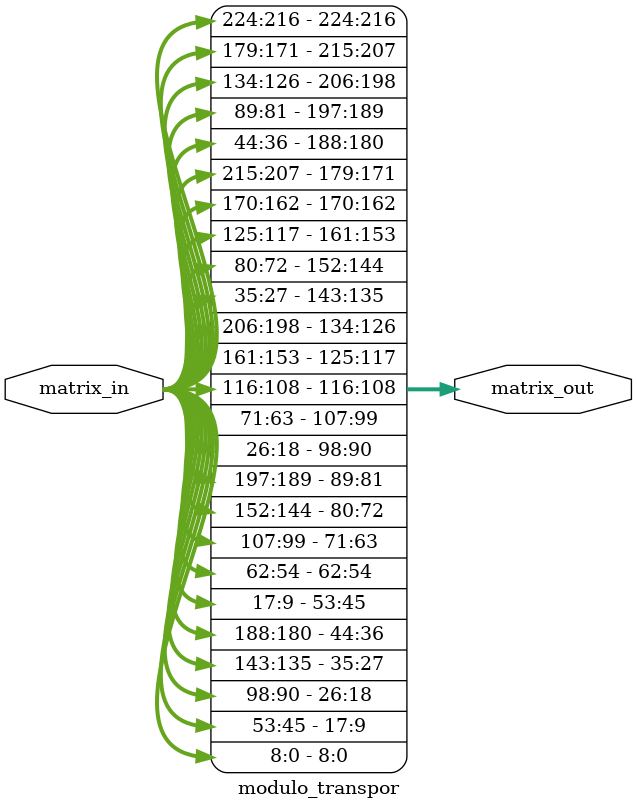
<source format=v>
module modulo_transpor (
    input wire [224:0] matrix_in,  // Matriz 5x5 com elementos de 9 bits (225 bits no total)
    output [224:0] matrix_out  // Matriz 5x5 com elementos de 9 bits (225 bits no total)
);
	assign matrix_out[8:0]     = matrix_in[8:0];      // Transposição do elemento (0,0)
	assign matrix_out[17:9]    = matrix_in[53:45];    // Transposição do elemento (0,1)
	assign matrix_out[26:18]   = matrix_in[98:90];    // Transposição do elemento (0,2)
	assign matrix_out[35:27]   = matrix_in[143:135];    // Transposição do elemento (0,3)
	assign matrix_out[44:36]   = matrix_in[188:180];    // Transposição do elemento (0,4)

	assign matrix_out[53:45]   = matrix_in[17:9];      // Transposição do elemento (1,0)
	assign matrix_out[62:54]   = matrix_in[62:54];    // Transposição do elemento (1,1)
	assign matrix_out[71:63]   = matrix_in[107:99];    // Transposição do elemento (1,2)
	assign matrix_out[80:72]   = matrix_in[152:144];    // Transposição do elemento (1,3)
	assign matrix_out[89:81]   = matrix_in[197:189];    // Transposição do elemento (1,4)

	assign matrix_out[98:90]   = matrix_in[26:18];    // Transposição do elemento (2,0)
	assign matrix_out[107:99]  = matrix_in[71:63];    // Transposição do elemento (2,1)
	assign matrix_out[116:108] = matrix_in[116:108];    // Transposição do elemento (2,2)
	assign matrix_out[125:117] = matrix_in[161:153];    // Transposição do elemento (2,3)
	assign matrix_out[134:126] = matrix_in[206:198];    // Transposição do elemento (2,4)

	assign matrix_out[143:135] = matrix_in[35:27];    // Transposição do elemento (3,0)
	assign matrix_out[152:144] = matrix_in[80:72];    // Transposição do elemento (3,1)
	assign matrix_out[161:153] = matrix_in[125:117];    // Transposição do elemento (3,2)
	assign matrix_out[170:162] = matrix_in[170:162];    // Transposição do elemento (3,3)
	assign matrix_out[179:171] = matrix_in[215:207];    // Transposição do elemento (3,4)

	assign matrix_out[188:180] = matrix_in[44:36];    // Transposição do elemento (4,0)
	assign matrix_out[197:189] = matrix_in[89:81];    // Transposição do elemento (4,1)
	assign matrix_out[206:198] = matrix_in[134:126];    // Transposição do elemento (4,2)
	assign matrix_out[215:207] = matrix_in[179:171];    // Transposição do elemento (4,3)
	assign matrix_out[224:216] = matrix_in[224:216];    // Transposição do elemento (4,4)
	
	  
endmodule

</source>
